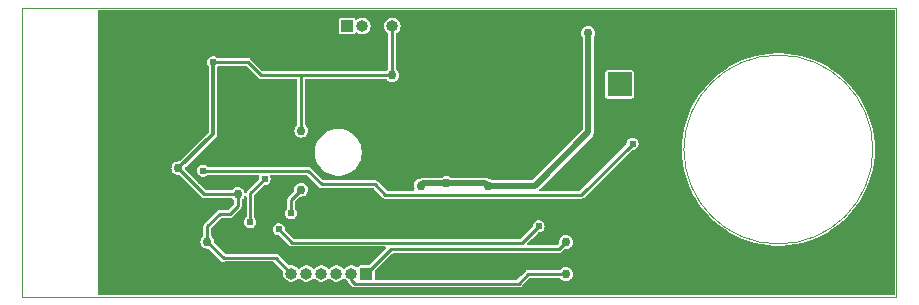
<source format=gbl>
G04 #@! TF.GenerationSoftware,KiCad,Pcbnew,8.0.4*
G04 #@! TF.CreationDate,2024-08-27T21:07:45-03:00*
G04 #@! TF.ProjectId,memo,6d656d6f-2e6b-4696-9361-645f70636258,rev?*
G04 #@! TF.SameCoordinates,Original*
G04 #@! TF.FileFunction,Copper,L4,Bot*
G04 #@! TF.FilePolarity,Positive*
%FSLAX46Y46*%
G04 Gerber Fmt 4.6, Leading zero omitted, Abs format (unit mm)*
G04 Created by KiCad (PCBNEW 8.0.4) date 2024-08-27 21:07:45*
%MOMM*%
%LPD*%
G01*
G04 APERTURE LIST*
G04 #@! TA.AperFunction,ComponentPad*
%ADD10R,1.000000X1.000000*%
G04 #@! TD*
G04 #@! TA.AperFunction,ComponentPad*
%ADD11O,1.000000X1.000000*%
G04 #@! TD*
G04 #@! TA.AperFunction,ComponentPad*
%ADD12O,1.000000X2.100000*%
G04 #@! TD*
G04 #@! TA.AperFunction,ComponentPad*
%ADD13O,1.000000X1.600000*%
G04 #@! TD*
G04 #@! TA.AperFunction,ComponentPad*
%ADD14R,2.000000X2.000000*%
G04 #@! TD*
G04 #@! TA.AperFunction,ComponentPad*
%ADD15C,2.000000*%
G04 #@! TD*
G04 #@! TA.AperFunction,ViaPad*
%ADD16C,0.609600*%
G04 #@! TD*
G04 #@! TA.AperFunction,ViaPad*
%ADD17C,0.762000*%
G04 #@! TD*
G04 #@! TA.AperFunction,Conductor*
%ADD18C,0.254000*%
G04 #@! TD*
G04 #@! TA.AperFunction,Conductor*
%ADD19C,0.304800*%
G04 #@! TD*
G04 #@! TA.AperFunction,Conductor*
%ADD20C,0.203200*%
G04 #@! TD*
G04 #@! TA.AperFunction,Conductor*
%ADD21C,0.508000*%
G04 #@! TD*
G04 #@! TA.AperFunction,Profile*
%ADD22C,0.100000*%
G04 #@! TD*
G04 APERTURE END LIST*
D10*
X128625000Y-94000000D03*
D11*
X127355000Y-94000000D03*
X126085000Y-94000000D03*
X124815000Y-94000000D03*
X123545000Y-94000000D03*
X122275000Y-94000000D03*
D10*
X127000000Y-73050000D03*
D11*
X128270000Y-73050000D03*
X129540000Y-73050000D03*
X130810000Y-73050000D03*
D12*
X131760000Y-89120000D03*
D13*
X131760000Y-93300000D03*
D12*
X140400000Y-89120000D03*
D13*
X140400000Y-93300000D03*
D14*
X150050000Y-77985000D03*
D15*
X150050000Y-89485000D03*
D16*
X134800000Y-73300000D03*
X121400000Y-91500000D03*
X142700000Y-84800000D03*
X140300000Y-85000000D03*
X151100000Y-80500000D03*
X111300000Y-86200000D03*
X109000000Y-84500000D03*
X107800000Y-92900000D03*
X109000000Y-86900000D03*
X107800000Y-83300000D03*
X107800000Y-84500000D03*
X110200000Y-78400000D03*
X106600000Y-83300000D03*
X123900000Y-84350000D03*
X121850000Y-75850000D03*
X145650000Y-79550000D03*
X109000000Y-79900000D03*
X120650000Y-73150000D03*
D17*
X118850000Y-83350000D03*
D16*
X107800000Y-82100000D03*
X106700000Y-77900000D03*
X109000000Y-91700000D03*
X109000000Y-83300000D03*
X106600000Y-75600000D03*
X110200000Y-80200000D03*
X106600000Y-91700000D03*
X106600000Y-89300000D03*
X117600000Y-77400000D03*
X144850000Y-86300000D03*
X117000000Y-77400000D03*
X138550000Y-78050000D03*
X137950000Y-73250000D03*
X107800000Y-79700000D03*
D17*
X116350000Y-83350000D03*
D16*
X109000000Y-75600000D03*
X106600000Y-84500000D03*
X107800000Y-88100000D03*
X137950000Y-75050000D03*
X109000000Y-74400000D03*
X118400000Y-72200000D03*
X115150000Y-74650000D03*
X123900000Y-83350000D03*
X144800000Y-73250000D03*
X116300000Y-73150000D03*
X106600000Y-92900000D03*
X143500000Y-83450000D03*
X106900000Y-76750000D03*
X142850000Y-80850000D03*
X106600000Y-72000000D03*
X121300000Y-82600000D03*
X109000000Y-90500000D03*
X129550000Y-76250000D03*
X144800000Y-83450000D03*
X123400000Y-89225000D03*
X107800000Y-91700000D03*
X107800000Y-80900000D03*
X107800000Y-86900000D03*
X106600000Y-86900000D03*
X116700000Y-88150000D03*
X106600000Y-73200000D03*
X107800000Y-72000000D03*
X112000000Y-76300000D03*
X119450000Y-73150000D03*
X145400000Y-75550000D03*
X106600000Y-74400000D03*
X106600000Y-90500000D03*
X129550000Y-84800000D03*
X107800000Y-95300000D03*
X107800000Y-77900000D03*
X109000000Y-82100000D03*
X109000000Y-89300000D03*
X112500000Y-80200000D03*
D17*
X135100000Y-80975000D03*
D16*
X109000000Y-76800000D03*
X114650000Y-86150000D03*
X143700000Y-88400000D03*
X114850000Y-79550000D03*
X121850000Y-74650000D03*
X106600000Y-82100000D03*
X113800000Y-77000000D03*
X107800000Y-85700000D03*
D17*
X117600000Y-82050000D03*
D16*
X128875000Y-88600000D03*
X142350000Y-78150000D03*
X115700000Y-87950000D03*
D17*
X116350000Y-80850000D03*
D16*
X150075000Y-92200000D03*
X107800000Y-89300000D03*
X114000000Y-82200000D03*
D17*
X118850000Y-80850000D03*
D16*
X109000000Y-72000000D03*
X110900000Y-77300000D03*
X121300000Y-80750000D03*
X139700000Y-82200000D03*
X120950000Y-85950000D03*
X106600000Y-95300000D03*
X107800000Y-94100000D03*
X109000000Y-80900000D03*
X113950000Y-78100000D03*
X120800000Y-89250000D03*
X109000000Y-77900000D03*
X120650000Y-74650000D03*
X107800000Y-74400000D03*
X109000000Y-88100000D03*
X109000000Y-73200000D03*
X107800000Y-90500000D03*
X140500000Y-78150000D03*
X106600000Y-85700000D03*
X111300000Y-88150000D03*
X106600000Y-79800000D03*
X107800000Y-76800000D03*
X114500000Y-78900000D03*
X106600000Y-88100000D03*
X113000000Y-76300000D03*
X110100000Y-84800000D03*
X107800000Y-73200000D03*
X106600000Y-80900000D03*
X129550000Y-82200000D03*
X107800000Y-75600000D03*
X106600000Y-94100000D03*
X109000000Y-85700000D03*
X114700000Y-76100000D03*
X128900000Y-92200000D03*
D17*
X130800000Y-77200000D03*
X123100000Y-86900000D03*
D16*
X115650000Y-76100000D03*
X122250000Y-88875000D03*
D17*
X112700000Y-85100000D03*
X117726527Y-87273473D03*
X115150000Y-91300000D03*
X123110000Y-81900000D03*
X135400000Y-86350000D03*
X138900000Y-86550000D03*
X147400000Y-73650000D03*
X133200000Y-86550000D03*
D16*
X121200000Y-90250000D03*
X143200000Y-90000000D03*
X120000000Y-86000000D03*
X118775000Y-89650000D03*
X151150000Y-83000000D03*
X114800000Y-85300000D03*
D17*
X145500000Y-94050000D03*
X145500000Y-91350000D03*
D18*
X123050000Y-91375000D02*
X122325000Y-91375000D01*
X116550000Y-92650000D02*
X116525000Y-92675000D01*
X130810000Y-77190000D02*
X130810000Y-73050000D01*
X123110000Y-81900000D02*
X123110000Y-77240000D01*
X123100000Y-86900000D02*
X123100000Y-87050000D01*
X126500000Y-77200000D02*
X119700000Y-77200000D01*
X130800000Y-77200000D02*
X130810000Y-77190000D01*
X117050000Y-88950000D02*
X116200000Y-88950000D01*
X118600000Y-76100000D02*
X119700000Y-77200000D01*
X117726527Y-88273473D02*
X117050000Y-88950000D01*
X118600000Y-76100000D02*
X115650000Y-76100000D01*
X130800000Y-77200000D02*
X126500000Y-77200000D01*
D19*
X115650000Y-82150000D02*
X112700000Y-85100000D01*
D20*
X119950000Y-77200000D02*
X119850000Y-77200000D01*
D18*
X123100000Y-86900000D02*
X122250000Y-87750000D01*
X116200000Y-88950000D02*
X115150000Y-90000000D01*
X117726527Y-87273473D02*
X117726527Y-87169131D01*
X122250000Y-87750000D02*
X122250000Y-88875000D01*
X122275000Y-94000000D02*
X120925000Y-92650000D01*
X120925000Y-92650000D02*
X116550000Y-92650000D01*
X117726527Y-87273473D02*
X117726527Y-88273473D01*
X116525000Y-92675000D02*
X115150000Y-91300000D01*
D19*
X115650000Y-76100000D02*
X115650000Y-82150000D01*
D18*
X117726527Y-87273473D02*
X114873473Y-87273473D01*
X123100000Y-87050000D02*
X123110000Y-87060000D01*
X119700000Y-77200000D02*
X119950000Y-77200000D01*
X114873473Y-87273473D02*
X112700000Y-85100000D01*
X115150000Y-90000000D02*
X115150000Y-91300000D01*
X123110000Y-77240000D02*
X123150000Y-77200000D01*
D21*
X135400000Y-86350000D02*
X133400000Y-86350000D01*
X147400000Y-73650000D02*
X147400000Y-82050000D01*
X142900000Y-86550000D02*
X138900000Y-86550000D01*
X138700000Y-86350000D02*
X138900000Y-86550000D01*
X135400000Y-86350000D02*
X138700000Y-86350000D01*
X147400000Y-82050000D02*
X142900000Y-86550000D01*
X133400000Y-86350000D02*
X133200000Y-86550000D01*
D18*
X123050000Y-91375000D02*
X141825000Y-91375000D01*
X123050000Y-91375000D02*
X123325000Y-91375000D01*
X141825000Y-91375000D02*
X143200000Y-90000000D01*
X121200000Y-90250000D02*
X122325000Y-91375000D01*
X118800000Y-87200000D02*
X120000000Y-86000000D01*
X118800000Y-89625000D02*
X118800000Y-87200000D01*
X118775000Y-89650000D02*
X118800000Y-89625000D01*
X151150000Y-83000000D02*
X146825000Y-87325000D01*
X146825000Y-87325000D02*
X130225000Y-87325000D01*
X129350000Y-86450000D02*
X124850000Y-86450000D01*
X123700000Y-85300000D02*
X114800000Y-85300000D01*
X130225000Y-87325000D02*
X129350000Y-86450000D01*
X124850000Y-86450000D02*
X123700000Y-85300000D01*
X127355000Y-94555000D02*
X127650000Y-94850000D01*
X127355000Y-94000000D02*
X127355000Y-94555000D01*
X145500000Y-94050000D02*
X142300000Y-94050000D01*
X127650000Y-94850000D02*
X141500000Y-94850000D01*
X142300000Y-94050000D02*
X141500000Y-94850000D01*
X128625000Y-94000000D02*
X130675000Y-91950000D01*
X130675000Y-91950000D02*
X144900000Y-91950000D01*
X144900000Y-91950000D02*
X145500000Y-91350000D01*
G04 #@! TA.AperFunction,Conductor*
G36*
X173305631Y-71672113D02*
G01*
X173342176Y-71722413D01*
X173347100Y-71753500D01*
X173347100Y-95746500D01*
X173327887Y-95805631D01*
X173277587Y-95842176D01*
X173246500Y-95847100D01*
X106000600Y-95847100D01*
X105941469Y-95827887D01*
X105904924Y-95777587D01*
X105900000Y-95746500D01*
X105900000Y-85099996D01*
X112110255Y-85099996D01*
X112110255Y-85100003D01*
X112130349Y-85252637D01*
X112189263Y-85394868D01*
X112189267Y-85394875D01*
X112272230Y-85502995D01*
X112282987Y-85517013D01*
X112282990Y-85517015D01*
X112405124Y-85610732D01*
X112405131Y-85610736D01*
X112547362Y-85669650D01*
X112699997Y-85689745D01*
X112700000Y-85689745D01*
X112758678Y-85682019D01*
X112819808Y-85693348D01*
X112842943Y-85710623D01*
X114605329Y-87473009D01*
X114605334Y-87473015D01*
X114608847Y-87476528D01*
X114670418Y-87538099D01*
X114745827Y-87581637D01*
X114745829Y-87581638D01*
X114745831Y-87581639D01*
X114819988Y-87601507D01*
X114829935Y-87604173D01*
X114829936Y-87604173D01*
X114917010Y-87604173D01*
X117193674Y-87604173D01*
X117252805Y-87623386D01*
X117273485Y-87643532D01*
X117309514Y-87690486D01*
X117356468Y-87726515D01*
X117391684Y-87777752D01*
X117395827Y-87806325D01*
X117395827Y-88094823D01*
X117376614Y-88153954D01*
X117366362Y-88165958D01*
X116942485Y-88589835D01*
X116887087Y-88618061D01*
X116871350Y-88619300D01*
X116156462Y-88619300D01*
X116156461Y-88619300D01*
X116156455Y-88619301D01*
X116072358Y-88641833D01*
X116072356Y-88641834D01*
X115996944Y-88685374D01*
X114885374Y-89796944D01*
X114841834Y-89872356D01*
X114841833Y-89872358D01*
X114819301Y-89956455D01*
X114819300Y-89956463D01*
X114819300Y-90767146D01*
X114800087Y-90826277D01*
X114779942Y-90846957D01*
X114732987Y-90882986D01*
X114639265Y-91005128D01*
X114580349Y-91147363D01*
X114560255Y-91299996D01*
X114560255Y-91300003D01*
X114580349Y-91452637D01*
X114639263Y-91594868D01*
X114639267Y-91594875D01*
X114707014Y-91683164D01*
X114732987Y-91717013D01*
X114732990Y-91717015D01*
X114855124Y-91810732D01*
X114855131Y-91810736D01*
X114997362Y-91869650D01*
X115149997Y-91889745D01*
X115150000Y-91889745D01*
X115208678Y-91882019D01*
X115269808Y-91893348D01*
X115292943Y-91910623D01*
X116260374Y-92878054D01*
X116321946Y-92939626D01*
X116397354Y-92983164D01*
X116415123Y-92987924D01*
X116415127Y-92987927D01*
X116415128Y-92987926D01*
X116481463Y-93005701D01*
X116568536Y-93005701D01*
X116568538Y-93005701D01*
X116634874Y-92987926D01*
X116649049Y-92984128D01*
X116675087Y-92980700D01*
X120746350Y-92980700D01*
X120805481Y-92999913D01*
X120817485Y-93010165D01*
X121557610Y-93750290D01*
X121585836Y-93805688D01*
X121586342Y-93833550D01*
X121578594Y-93897363D01*
X121566132Y-94000000D01*
X121572203Y-94049996D01*
X121586730Y-94169642D01*
X121647329Y-94329427D01*
X121647329Y-94329428D01*
X121744404Y-94470065D01*
X121744408Y-94470069D01*
X121872314Y-94583385D01*
X121872315Y-94583386D01*
X121872317Y-94583387D01*
X122023628Y-94662801D01*
X122023629Y-94662801D01*
X122023632Y-94662803D01*
X122189555Y-94703700D01*
X122189559Y-94703700D01*
X122360441Y-94703700D01*
X122360445Y-94703700D01*
X122526368Y-94662803D01*
X122677683Y-94583387D01*
X122805595Y-94470066D01*
X122827209Y-94438752D01*
X122876609Y-94401003D01*
X122938765Y-94399500D01*
X122989934Y-94434819D01*
X122992771Y-94438723D01*
X123014405Y-94470066D01*
X123014406Y-94470067D01*
X123014408Y-94470069D01*
X123142314Y-94583385D01*
X123142315Y-94583386D01*
X123142317Y-94583387D01*
X123293628Y-94662801D01*
X123293629Y-94662801D01*
X123293632Y-94662803D01*
X123459555Y-94703700D01*
X123459559Y-94703700D01*
X123630441Y-94703700D01*
X123630445Y-94703700D01*
X123796368Y-94662803D01*
X123947683Y-94583387D01*
X124075595Y-94470066D01*
X124097209Y-94438752D01*
X124146609Y-94401003D01*
X124208765Y-94399500D01*
X124259934Y-94434819D01*
X124262771Y-94438723D01*
X124284405Y-94470066D01*
X124284406Y-94470067D01*
X124284408Y-94470069D01*
X124412314Y-94583385D01*
X124412315Y-94583386D01*
X124412317Y-94583387D01*
X124563628Y-94662801D01*
X124563629Y-94662801D01*
X124563632Y-94662803D01*
X124729555Y-94703700D01*
X124729559Y-94703700D01*
X124900441Y-94703700D01*
X124900445Y-94703700D01*
X125066368Y-94662803D01*
X125217683Y-94583387D01*
X125345595Y-94470066D01*
X125367209Y-94438752D01*
X125416609Y-94401003D01*
X125478765Y-94399500D01*
X125529934Y-94434819D01*
X125532771Y-94438723D01*
X125554405Y-94470066D01*
X125554406Y-94470067D01*
X125554408Y-94470069D01*
X125682314Y-94583385D01*
X125682315Y-94583386D01*
X125682317Y-94583387D01*
X125833628Y-94662801D01*
X125833629Y-94662801D01*
X125833632Y-94662803D01*
X125999555Y-94703700D01*
X125999559Y-94703700D01*
X126170441Y-94703700D01*
X126170445Y-94703700D01*
X126336368Y-94662803D01*
X126487683Y-94583387D01*
X126615595Y-94470066D01*
X126637209Y-94438752D01*
X126686609Y-94401003D01*
X126748765Y-94399500D01*
X126799934Y-94434819D01*
X126802771Y-94438723D01*
X126824405Y-94470066D01*
X126824406Y-94470067D01*
X126824408Y-94470069D01*
X126952317Y-94583387D01*
X126992337Y-94604391D01*
X127035767Y-94648883D01*
X127042757Y-94667428D01*
X127046833Y-94682640D01*
X127046834Y-94682643D01*
X127090374Y-94758055D01*
X127157676Y-94825357D01*
X127157682Y-94825362D01*
X127381856Y-95049536D01*
X127381861Y-95049542D01*
X127385374Y-95053055D01*
X127446945Y-95114626D01*
X127522354Y-95158164D01*
X127522356Y-95158165D01*
X127522358Y-95158166D01*
X127596515Y-95178034D01*
X127606462Y-95180700D01*
X127606463Y-95180700D01*
X141543537Y-95180700D01*
X141543538Y-95180700D01*
X141574889Y-95172299D01*
X141627641Y-95158166D01*
X141627643Y-95158165D01*
X141627643Y-95158164D01*
X141627646Y-95158164D01*
X141703055Y-95114626D01*
X141764626Y-95053055D01*
X141764626Y-95053053D01*
X141772904Y-95044776D01*
X141772906Y-95044772D01*
X142407515Y-94410165D01*
X142462913Y-94381939D01*
X142478650Y-94380700D01*
X144967147Y-94380700D01*
X145026278Y-94399913D01*
X145046958Y-94420059D01*
X145082987Y-94467013D01*
X145126090Y-94500087D01*
X145205124Y-94560732D01*
X145205131Y-94560736D01*
X145347362Y-94619650D01*
X145499997Y-94639745D01*
X145500000Y-94639745D01*
X145500003Y-94639745D01*
X145652637Y-94619650D01*
X145794873Y-94560734D01*
X145917013Y-94467013D01*
X146010734Y-94344873D01*
X146069650Y-94202637D01*
X146089745Y-94050000D01*
X146089745Y-94049996D01*
X146069650Y-93897363D01*
X146010734Y-93755128D01*
X145917013Y-93632987D01*
X145794870Y-93539264D01*
X145794868Y-93539263D01*
X145652637Y-93480349D01*
X145500003Y-93460255D01*
X145499997Y-93460255D01*
X145347363Y-93480349D01*
X145205128Y-93539265D01*
X145082987Y-93632986D01*
X145066517Y-93654449D01*
X145046957Y-93679942D01*
X144995720Y-93715157D01*
X144967147Y-93719300D01*
X142349714Y-93719300D01*
X142349698Y-93719299D01*
X142343537Y-93719299D01*
X142256463Y-93719299D01*
X142256460Y-93719299D01*
X142211469Y-93731355D01*
X142196471Y-93735374D01*
X142188824Y-93737422D01*
X142172354Y-93741835D01*
X142096944Y-93785374D01*
X142051962Y-93830357D01*
X142035374Y-93846945D01*
X142035372Y-93846947D01*
X141712677Y-94169643D01*
X141392485Y-94489835D01*
X141337087Y-94518061D01*
X141321350Y-94519300D01*
X129429300Y-94519300D01*
X129370169Y-94500087D01*
X129333624Y-94449787D01*
X129328700Y-94418700D01*
X129328700Y-93805650D01*
X129347913Y-93746519D01*
X129358165Y-93734515D01*
X130782515Y-92310165D01*
X130837913Y-92281939D01*
X130853650Y-92280700D01*
X144943537Y-92280700D01*
X144943538Y-92280700D01*
X144974889Y-92272299D01*
X145027641Y-92258166D01*
X145027643Y-92258165D01*
X145027643Y-92258164D01*
X145027646Y-92258164D01*
X145103055Y-92214626D01*
X145164626Y-92153055D01*
X145164626Y-92153053D01*
X145172904Y-92144776D01*
X145172906Y-92144772D01*
X145357057Y-91960621D01*
X145412453Y-91932397D01*
X145441317Y-91932019D01*
X145500000Y-91939745D01*
X145500003Y-91939745D01*
X145652637Y-91919650D01*
X145794868Y-91860736D01*
X145794867Y-91860736D01*
X145794873Y-91860734D01*
X145917013Y-91767013D01*
X146010734Y-91644873D01*
X146069650Y-91502637D01*
X146073972Y-91469811D01*
X146089745Y-91350003D01*
X146089745Y-91349996D01*
X146069650Y-91197363D01*
X146010734Y-91055128D01*
X145917013Y-90932987D01*
X145794873Y-90839266D01*
X145794872Y-90839265D01*
X145794870Y-90839264D01*
X145794868Y-90839263D01*
X145652637Y-90780349D01*
X145500003Y-90760255D01*
X145499997Y-90760255D01*
X145347363Y-90780349D01*
X145205128Y-90839265D01*
X145082987Y-90932987D01*
X144989265Y-91055128D01*
X144930349Y-91197363D01*
X144910255Y-91349996D01*
X144910255Y-91350003D01*
X144917979Y-91408678D01*
X144906648Y-91469811D01*
X144889376Y-91492942D01*
X144792486Y-91589834D01*
X144737088Y-91618061D01*
X144721350Y-91619300D01*
X142291249Y-91619300D01*
X142232118Y-91600087D01*
X142195573Y-91549787D01*
X142195573Y-91487613D01*
X142220114Y-91447565D01*
X142624619Y-91043061D01*
X143129715Y-90537965D01*
X143185113Y-90509739D01*
X143200850Y-90508500D01*
X143273111Y-90508500D01*
X143413411Y-90467304D01*
X143536421Y-90388250D01*
X143632176Y-90277743D01*
X143692919Y-90144734D01*
X143713729Y-90000000D01*
X143692919Y-89855266D01*
X143665275Y-89794733D01*
X143632177Y-89722259D01*
X143632176Y-89722258D01*
X143632176Y-89722257D01*
X143536421Y-89611750D01*
X143459767Y-89562487D01*
X143413410Y-89532695D01*
X143273111Y-89491500D01*
X143126889Y-89491500D01*
X142986590Y-89532695D01*
X142986589Y-89532695D01*
X142863577Y-89611751D01*
X142767822Y-89722259D01*
X142707080Y-89855266D01*
X142686271Y-89999999D01*
X142686271Y-90004378D01*
X142667058Y-90063509D01*
X142656806Y-90075513D01*
X141717485Y-91014835D01*
X141662087Y-91043061D01*
X141646350Y-91044300D01*
X122503650Y-91044300D01*
X122444519Y-91025087D01*
X122432515Y-91014835D01*
X121743194Y-90325514D01*
X121714968Y-90270116D01*
X121713729Y-90254379D01*
X121713729Y-90250000D01*
X121692919Y-90105266D01*
X121632177Y-89972259D01*
X121632176Y-89972258D01*
X121632176Y-89972257D01*
X121536421Y-89861750D01*
X121435583Y-89796945D01*
X121413410Y-89782695D01*
X121273111Y-89741500D01*
X121126889Y-89741500D01*
X120986590Y-89782695D01*
X120986589Y-89782695D01*
X120863577Y-89861751D01*
X120767822Y-89972259D01*
X120707080Y-90105266D01*
X120686271Y-90250000D01*
X120707080Y-90394733D01*
X120767822Y-90527740D01*
X120767823Y-90527741D01*
X120767824Y-90527743D01*
X120863579Y-90638250D01*
X120986589Y-90717304D01*
X121126889Y-90758500D01*
X121199150Y-90758500D01*
X121258281Y-90777713D01*
X121270285Y-90787965D01*
X122056856Y-91574536D01*
X122056861Y-91574542D01*
X122060374Y-91578055D01*
X122121945Y-91639626D01*
X122197354Y-91683164D01*
X122197356Y-91683165D01*
X122197358Y-91683166D01*
X122271515Y-91703034D01*
X122281462Y-91705700D01*
X122281463Y-91705700D01*
X122368537Y-91705700D01*
X123006462Y-91705700D01*
X123368538Y-91705700D01*
X130208749Y-91705700D01*
X130267880Y-91724913D01*
X130304425Y-91775213D01*
X130304425Y-91837387D01*
X130279884Y-91877435D01*
X128890485Y-93266835D01*
X128835087Y-93295061D01*
X128819350Y-93296300D01*
X128104936Y-93296300D01*
X128095078Y-93298260D01*
X128045520Y-93308118D01*
X127978139Y-93353141D01*
X127978138Y-93353142D01*
X127933578Y-93419830D01*
X127884751Y-93458321D01*
X127822625Y-93460762D01*
X127783223Y-93439239D01*
X127757685Y-93416614D01*
X127757684Y-93416613D01*
X127606370Y-93337198D01*
X127606372Y-93337198D01*
X127440445Y-93296300D01*
X127269555Y-93296300D01*
X127269554Y-93296300D01*
X127103628Y-93337198D01*
X126952315Y-93416613D01*
X126952314Y-93416614D01*
X126824408Y-93529930D01*
X126824406Y-93529933D01*
X126802791Y-93561247D01*
X126753389Y-93598996D01*
X126691232Y-93600497D01*
X126640065Y-93565177D01*
X126637209Y-93561247D01*
X126622036Y-93539266D01*
X126615595Y-93529934D01*
X126615591Y-93529931D01*
X126615591Y-93529930D01*
X126487685Y-93416614D01*
X126487684Y-93416613D01*
X126336370Y-93337198D01*
X126336372Y-93337198D01*
X126170445Y-93296300D01*
X125999555Y-93296300D01*
X125999554Y-93296300D01*
X125833628Y-93337198D01*
X125682315Y-93416613D01*
X125682314Y-93416614D01*
X125554408Y-93529930D01*
X125554406Y-93529933D01*
X125532791Y-93561247D01*
X125483389Y-93598996D01*
X125421232Y-93600497D01*
X125370065Y-93565177D01*
X125367209Y-93561247D01*
X125352036Y-93539266D01*
X125345595Y-93529934D01*
X125345591Y-93529931D01*
X125345591Y-93529930D01*
X125217685Y-93416614D01*
X125217684Y-93416613D01*
X125066370Y-93337198D01*
X125066372Y-93337198D01*
X124900445Y-93296300D01*
X124729555Y-93296300D01*
X124729554Y-93296300D01*
X124563628Y-93337198D01*
X124412315Y-93416613D01*
X124412314Y-93416614D01*
X124284408Y-93529930D01*
X124284406Y-93529933D01*
X124262791Y-93561247D01*
X124213389Y-93598996D01*
X124151232Y-93600497D01*
X124100065Y-93565177D01*
X124097209Y-93561247D01*
X124082036Y-93539266D01*
X124075595Y-93529934D01*
X124075591Y-93529931D01*
X124075591Y-93529930D01*
X123947685Y-93416614D01*
X123947684Y-93416613D01*
X123796370Y-93337198D01*
X123796372Y-93337198D01*
X123630445Y-93296300D01*
X123459555Y-93296300D01*
X123459554Y-93296300D01*
X123293628Y-93337198D01*
X123142315Y-93416613D01*
X123142314Y-93416614D01*
X123014408Y-93529930D01*
X123014406Y-93529933D01*
X122992791Y-93561247D01*
X122943389Y-93598996D01*
X122881232Y-93600497D01*
X122830065Y-93565177D01*
X122827209Y-93561247D01*
X122812036Y-93539266D01*
X122805595Y-93529934D01*
X122805591Y-93529931D01*
X122805591Y-93529930D01*
X122677685Y-93416614D01*
X122677684Y-93416613D01*
X122526370Y-93337198D01*
X122526372Y-93337198D01*
X122360445Y-93296300D01*
X122189555Y-93296300D01*
X122189552Y-93296300D01*
X122123844Y-93312496D01*
X122061833Y-93307992D01*
X122028634Y-93285954D01*
X121195362Y-92452682D01*
X121195360Y-92452679D01*
X121128055Y-92385374D01*
X121052643Y-92341834D01*
X121052641Y-92341833D01*
X120968544Y-92319301D01*
X120968539Y-92319300D01*
X120968538Y-92319300D01*
X120968537Y-92319300D01*
X116678650Y-92319300D01*
X116619519Y-92300087D01*
X116607515Y-92289835D01*
X115760623Y-91442943D01*
X115732397Y-91387545D01*
X115732019Y-91358682D01*
X115739745Y-91300000D01*
X115739745Y-91299999D01*
X115739745Y-91299996D01*
X115719650Y-91147363D01*
X115660734Y-91005128D01*
X115567012Y-90882986D01*
X115567011Y-90882985D01*
X115520057Y-90846955D01*
X115484842Y-90795715D01*
X115480700Y-90767145D01*
X115480700Y-90178650D01*
X115499913Y-90119519D01*
X115510165Y-90107515D01*
X116307515Y-89310165D01*
X116362913Y-89281939D01*
X116378650Y-89280700D01*
X117093537Y-89280700D01*
X117093538Y-89280700D01*
X117124889Y-89272299D01*
X117177641Y-89258166D01*
X117177643Y-89258165D01*
X117177643Y-89258164D01*
X117177646Y-89258164D01*
X117253055Y-89214626D01*
X117314626Y-89153055D01*
X117314626Y-89153053D01*
X117322904Y-89144776D01*
X117322906Y-89144772D01*
X117921299Y-88546379D01*
X117921303Y-88546377D01*
X117929580Y-88538099D01*
X117929582Y-88538099D01*
X117991153Y-88476528D01*
X118034691Y-88401119D01*
X118034692Y-88401116D01*
X118034693Y-88401114D01*
X118043967Y-88366502D01*
X118043967Y-88366500D01*
X118057227Y-88317012D01*
X118057228Y-88317010D01*
X118057228Y-88229935D01*
X118057228Y-88223775D01*
X118057227Y-88223757D01*
X118057227Y-87806325D01*
X118076440Y-87747194D01*
X118096582Y-87726517D01*
X118143540Y-87690486D01*
X118237261Y-87568346D01*
X118255408Y-87524536D01*
X118275758Y-87475407D01*
X118316137Y-87428129D01*
X118376593Y-87413615D01*
X118434034Y-87437408D01*
X118466520Y-87490420D01*
X118469300Y-87513905D01*
X118469300Y-89189187D01*
X118450087Y-89248318D01*
X118442990Y-89256053D01*
X118443290Y-89256313D01*
X118342823Y-89372257D01*
X118282080Y-89505266D01*
X118261271Y-89650000D01*
X118282080Y-89794733D01*
X118342822Y-89927740D01*
X118342823Y-89927741D01*
X118342824Y-89927743D01*
X118438579Y-90038250D01*
X118561589Y-90117304D01*
X118701889Y-90158500D01*
X118848111Y-90158500D01*
X118988411Y-90117304D01*
X119111421Y-90038250D01*
X119207176Y-89927743D01*
X119267919Y-89794734D01*
X119288729Y-89650000D01*
X119267919Y-89505266D01*
X119233748Y-89430442D01*
X119207177Y-89372259D01*
X119207176Y-89372258D01*
X119207176Y-89372257D01*
X119155270Y-89312354D01*
X119131069Y-89255085D01*
X119130700Y-89246477D01*
X119130700Y-88875000D01*
X121736271Y-88875000D01*
X121757080Y-89019733D01*
X121817822Y-89152740D01*
X121817823Y-89152741D01*
X121817824Y-89152743D01*
X121849403Y-89189187D01*
X121909173Y-89258166D01*
X121913579Y-89263250D01*
X122036589Y-89342304D01*
X122176889Y-89383500D01*
X122323111Y-89383500D01*
X122463411Y-89342304D01*
X122586421Y-89263250D01*
X122682176Y-89152743D01*
X122742919Y-89019734D01*
X122763729Y-88875000D01*
X122742919Y-88730266D01*
X122682176Y-88597257D01*
X122675745Y-88589835D01*
X122605272Y-88508505D01*
X122581069Y-88451235D01*
X122580700Y-88442626D01*
X122580700Y-87928650D01*
X122599913Y-87869519D01*
X122610165Y-87857515D01*
X122777198Y-87690482D01*
X122957058Y-87510621D01*
X123012454Y-87482397D01*
X123041317Y-87482019D01*
X123100000Y-87489745D01*
X123100003Y-87489745D01*
X123252637Y-87469650D01*
X123357752Y-87426110D01*
X123394873Y-87410734D01*
X123517013Y-87317013D01*
X123610734Y-87194873D01*
X123669650Y-87052637D01*
X123677493Y-86993061D01*
X123689745Y-86900003D01*
X123689745Y-86899996D01*
X123669650Y-86747363D01*
X123610734Y-86605128D01*
X123517013Y-86482987D01*
X123394870Y-86389264D01*
X123394868Y-86389263D01*
X123252637Y-86330349D01*
X123100003Y-86310255D01*
X123099997Y-86310255D01*
X122947363Y-86330349D01*
X122805128Y-86389265D01*
X122682987Y-86482987D01*
X122589265Y-86605128D01*
X122530349Y-86747363D01*
X122510255Y-86899996D01*
X122510255Y-86900003D01*
X122517979Y-86958677D01*
X122506649Y-87019810D01*
X122489375Y-87042942D01*
X122046947Y-87485372D01*
X121985374Y-87546944D01*
X121941834Y-87622356D01*
X121941833Y-87622358D01*
X121919301Y-87706455D01*
X121919300Y-87706463D01*
X121919300Y-88442626D01*
X121900087Y-88501757D01*
X121894728Y-88508505D01*
X121817823Y-88597257D01*
X121757080Y-88730266D01*
X121736271Y-88875000D01*
X119130700Y-88875000D01*
X119130700Y-87378650D01*
X119149913Y-87319519D01*
X119160165Y-87307515D01*
X119929715Y-86537965D01*
X119985113Y-86509739D01*
X120000850Y-86508500D01*
X120073111Y-86508500D01*
X120213411Y-86467304D01*
X120336421Y-86388250D01*
X120432176Y-86277743D01*
X120492919Y-86144734D01*
X120513729Y-86000000D01*
X120492919Y-85855266D01*
X120455390Y-85773090D01*
X120448304Y-85711322D01*
X120478877Y-85657184D01*
X120535433Y-85631356D01*
X120546900Y-85630700D01*
X123521350Y-85630700D01*
X123580481Y-85649913D01*
X123592484Y-85660164D01*
X124646946Y-86714627D01*
X124678817Y-86733027D01*
X124722354Y-86758164D01*
X124739424Y-86762737D01*
X124739428Y-86762740D01*
X124739429Y-86762739D01*
X124806463Y-86780701D01*
X124899699Y-86780701D01*
X124899715Y-86780700D01*
X129171350Y-86780700D01*
X129230481Y-86799913D01*
X129242485Y-86810165D01*
X129956856Y-87524536D01*
X129956861Y-87524542D01*
X130021946Y-87589627D01*
X130068095Y-87616271D01*
X130097354Y-87633164D01*
X130119885Y-87639200D01*
X130119891Y-87639204D01*
X130119891Y-87639202D01*
X130181463Y-87655701D01*
X130274698Y-87655701D01*
X130274714Y-87655700D01*
X146868537Y-87655700D01*
X146868538Y-87655700D01*
X146899889Y-87647299D01*
X146952641Y-87633166D01*
X146952643Y-87633165D01*
X146952643Y-87633164D01*
X146952646Y-87633164D01*
X147028055Y-87589626D01*
X147089626Y-87528055D01*
X147089626Y-87528053D01*
X147097904Y-87519776D01*
X147097906Y-87519772D01*
X151079715Y-83537965D01*
X151135113Y-83509739D01*
X151150850Y-83508500D01*
X151223111Y-83508500D01*
X151252059Y-83500000D01*
X155342130Y-83500000D01*
X155362002Y-84069064D01*
X155419567Y-84616759D01*
X155421523Y-84635364D01*
X155520400Y-85196124D01*
X155658153Y-85748620D01*
X155834106Y-86290146D01*
X155834109Y-86290156D01*
X156047410Y-86818095D01*
X156069123Y-86862613D01*
X156297028Y-87329888D01*
X156297034Y-87329900D01*
X156297037Y-87329904D01*
X156505220Y-87690486D01*
X156581734Y-87823012D01*
X156900145Y-88295076D01*
X157250709Y-88743778D01*
X157611769Y-89144776D01*
X157631729Y-89166944D01*
X157780040Y-89310165D01*
X158041320Y-89562479D01*
X158041326Y-89562484D01*
X158041327Y-89562485D01*
X158041329Y-89562487D01*
X158477511Y-89928487D01*
X158477516Y-89928491D01*
X158938168Y-90263175D01*
X158938173Y-90263178D01*
X158938177Y-90263181D01*
X159421065Y-90564923D01*
X159923825Y-90832245D01*
X160444008Y-91063845D01*
X160444014Y-91063847D01*
X160444016Y-91063848D01*
X160444027Y-91063852D01*
X160979074Y-91258593D01*
X160979076Y-91258593D01*
X160979080Y-91258595D01*
X161526433Y-91415546D01*
X162083401Y-91533934D01*
X162647270Y-91613180D01*
X163215294Y-91652900D01*
X163215300Y-91652900D01*
X163784700Y-91652900D01*
X163784706Y-91652900D01*
X164352730Y-91613180D01*
X164916599Y-91533934D01*
X165473567Y-91415546D01*
X166020920Y-91258595D01*
X166555992Y-91063845D01*
X167076175Y-90832245D01*
X167578935Y-90564923D01*
X168061823Y-90263181D01*
X168522486Y-89928489D01*
X168958680Y-89562479D01*
X169318893Y-89214626D01*
X169368270Y-89166944D01*
X169368272Y-89166941D01*
X169368281Y-89166933D01*
X169749291Y-88743778D01*
X170099855Y-88295076D01*
X170418266Y-87823012D01*
X170702972Y-87329888D01*
X170952585Y-86818105D01*
X171165890Y-86290156D01*
X171341848Y-85748614D01*
X171479601Y-85196117D01*
X171578478Y-84635356D01*
X171637998Y-84069064D01*
X171657870Y-83500000D01*
X171637998Y-82930936D01*
X171578478Y-82364644D01*
X171479601Y-81803883D01*
X171341848Y-81251386D01*
X171165890Y-80709844D01*
X170952585Y-80181895D01*
X170702972Y-79670112D01*
X170418266Y-79176988D01*
X170099855Y-78704924D01*
X169749291Y-78256222D01*
X169368281Y-77833067D01*
X169368279Y-77833065D01*
X169368270Y-77833055D01*
X169018072Y-77494875D01*
X168958680Y-77437521D01*
X168958672Y-77437514D01*
X168958670Y-77437512D01*
X168522488Y-77071512D01*
X168522483Y-77071508D01*
X168061831Y-76736824D01*
X167962602Y-76674819D01*
X167578935Y-76435077D01*
X167076175Y-76167755D01*
X166555992Y-75936155D01*
X166555991Y-75936154D01*
X166555983Y-75936151D01*
X166555972Y-75936147D01*
X166020925Y-75741406D01*
X165473564Y-75584453D01*
X164916591Y-75466064D01*
X164352731Y-75386820D01*
X164271583Y-75381145D01*
X163784706Y-75347100D01*
X163215294Y-75347100D01*
X162789276Y-75376890D01*
X162647268Y-75386820D01*
X162083408Y-75466064D01*
X161526435Y-75584453D01*
X160979074Y-75741406D01*
X160444027Y-75936147D01*
X160444016Y-75936151D01*
X160076005Y-76100000D01*
X159923825Y-76167755D01*
X159421065Y-76435077D01*
X159421061Y-76435079D01*
X159421060Y-76435080D01*
X158938168Y-76736824D01*
X158477516Y-77071508D01*
X158477511Y-77071512D01*
X158041329Y-77437512D01*
X158041327Y-77437514D01*
X157631729Y-77833055D01*
X157250712Y-78256218D01*
X156900143Y-78704926D01*
X156900141Y-78704929D01*
X156581738Y-79176982D01*
X156581727Y-79176999D01*
X156297037Y-79670095D01*
X156297022Y-79670124D01*
X156047410Y-80181904D01*
X155834109Y-80709843D01*
X155834106Y-80709853D01*
X155658153Y-81251379D01*
X155520400Y-81803875D01*
X155421523Y-82364635D01*
X155421522Y-82364643D01*
X155421522Y-82364644D01*
X155362002Y-82930936D01*
X155342130Y-83500000D01*
X151252059Y-83500000D01*
X151363411Y-83467304D01*
X151486421Y-83388250D01*
X151582176Y-83277743D01*
X151642919Y-83144734D01*
X151663729Y-83000000D01*
X151642919Y-82855266D01*
X151582176Y-82722257D01*
X151486421Y-82611750D01*
X151424916Y-82572223D01*
X151363410Y-82532695D01*
X151223111Y-82491500D01*
X151076889Y-82491500D01*
X150936590Y-82532695D01*
X150936589Y-82532695D01*
X150813577Y-82611751D01*
X150717822Y-82722259D01*
X150657080Y-82855266D01*
X150636271Y-82999999D01*
X150636271Y-83004378D01*
X150617058Y-83063509D01*
X150606806Y-83075513D01*
X146717485Y-86964835D01*
X146662087Y-86993061D01*
X146646350Y-86994300D01*
X143345855Y-86994300D01*
X143286724Y-86975087D01*
X143250179Y-86924787D01*
X143250179Y-86862613D01*
X143274718Y-86822567D01*
X147766251Y-82331035D01*
X147826508Y-82226666D01*
X147857700Y-82110258D01*
X147857700Y-81989743D01*
X147857700Y-76964936D01*
X148846300Y-76964936D01*
X148846300Y-79005063D01*
X148858118Y-79064479D01*
X148858119Y-79064480D01*
X148903140Y-79131860D01*
X148970520Y-79176881D01*
X149029936Y-79188700D01*
X149029937Y-79188700D01*
X151070063Y-79188700D01*
X151070064Y-79188700D01*
X151129480Y-79176881D01*
X151196860Y-79131860D01*
X151241881Y-79064480D01*
X151253700Y-79005064D01*
X151253700Y-76964936D01*
X151241881Y-76905520D01*
X151196860Y-76838140D01*
X151129480Y-76793119D01*
X151129479Y-76793118D01*
X151078540Y-76782986D01*
X151070064Y-76781300D01*
X149029936Y-76781300D01*
X149021485Y-76782981D01*
X148970520Y-76793118D01*
X148903140Y-76838140D01*
X148858118Y-76905520D01*
X148846300Y-76964936D01*
X147857700Y-76964936D01*
X147857700Y-74048137D01*
X147876913Y-73989006D01*
X147878488Y-73986896D01*
X147910734Y-73944873D01*
X147969650Y-73802637D01*
X147986737Y-73672850D01*
X147989745Y-73650003D01*
X147989745Y-73649996D01*
X147969650Y-73497363D01*
X147910734Y-73355128D01*
X147817013Y-73232987D01*
X147694870Y-73139264D01*
X147694868Y-73139263D01*
X147552637Y-73080349D01*
X147400003Y-73060255D01*
X147399997Y-73060255D01*
X147247363Y-73080349D01*
X147105128Y-73139265D01*
X146982987Y-73232987D01*
X146889265Y-73355128D01*
X146830349Y-73497363D01*
X146810255Y-73649996D01*
X146810255Y-73650003D01*
X146830349Y-73802637D01*
X146889263Y-73944868D01*
X146889264Y-73944870D01*
X146921512Y-73986896D01*
X146942266Y-74045504D01*
X146942300Y-74048137D01*
X146942300Y-81818744D01*
X146923087Y-81877875D01*
X146912835Y-81889879D01*
X142739879Y-86062835D01*
X142684481Y-86091061D01*
X142668744Y-86092300D01*
X139298137Y-86092300D01*
X139239006Y-86073087D01*
X139236919Y-86071529D01*
X139194873Y-86039266D01*
X139194872Y-86039265D01*
X139194870Y-86039264D01*
X139194868Y-86039263D01*
X139052638Y-85980350D01*
X139052634Y-85980349D01*
X138972096Y-85969745D01*
X138934930Y-85957129D01*
X138876668Y-85923493D01*
X138876661Y-85923490D01*
X138760261Y-85892300D01*
X138760258Y-85892300D01*
X138760257Y-85892300D01*
X135798137Y-85892300D01*
X135739006Y-85873087D01*
X135736919Y-85871529D01*
X135694873Y-85839266D01*
X135694872Y-85839265D01*
X135694870Y-85839264D01*
X135694868Y-85839263D01*
X135552637Y-85780349D01*
X135400003Y-85760255D01*
X135399997Y-85760255D01*
X135247363Y-85780349D01*
X135105126Y-85839266D01*
X135105125Y-85839266D01*
X135063104Y-85871511D01*
X135004496Y-85892266D01*
X135001863Y-85892300D01*
X133339739Y-85892300D01*
X133223339Y-85923490D01*
X133223334Y-85923492D01*
X133165068Y-85957130D01*
X133127903Y-85969745D01*
X133047365Y-85980348D01*
X132905128Y-86039265D01*
X132782987Y-86132987D01*
X132689265Y-86255128D01*
X132630349Y-86397363D01*
X132610255Y-86549996D01*
X132610255Y-86550003D01*
X132630349Y-86702637D01*
X132691789Y-86850965D01*
X132690166Y-86851637D01*
X132701341Y-86904220D01*
X132676051Y-86961018D01*
X132622205Y-86992103D01*
X132601293Y-86994300D01*
X130403650Y-86994300D01*
X130344519Y-86975087D01*
X130332515Y-86964835D01*
X129620362Y-86252682D01*
X129620360Y-86252679D01*
X129553055Y-86185374D01*
X129477643Y-86141834D01*
X129477641Y-86141833D01*
X129393544Y-86119301D01*
X129393539Y-86119300D01*
X129393538Y-86119300D01*
X129393537Y-86119300D01*
X125028651Y-86119300D01*
X124969520Y-86100087D01*
X124957516Y-86089835D01*
X123970362Y-85102682D01*
X123970360Y-85102679D01*
X123903055Y-85035374D01*
X123827643Y-84991834D01*
X123827641Y-84991833D01*
X123743544Y-84969301D01*
X123743539Y-84969300D01*
X123743538Y-84969300D01*
X123743537Y-84969300D01*
X115232231Y-84969300D01*
X115173100Y-84950087D01*
X115156203Y-84934580D01*
X115136421Y-84911750D01*
X115016808Y-84834879D01*
X115013410Y-84832695D01*
X114873111Y-84791500D01*
X114726889Y-84791500D01*
X114586590Y-84832695D01*
X114586589Y-84832695D01*
X114463577Y-84911751D01*
X114367822Y-85022259D01*
X114307080Y-85155266D01*
X114286271Y-85300000D01*
X114307080Y-85444733D01*
X114367822Y-85577740D01*
X114367823Y-85577741D01*
X114367824Y-85577743D01*
X114463579Y-85688250D01*
X114586589Y-85767304D01*
X114726889Y-85808500D01*
X114873111Y-85808500D01*
X115013411Y-85767304D01*
X115136421Y-85688250D01*
X115156203Y-85665419D01*
X115209446Y-85633314D01*
X115232231Y-85630700D01*
X119453100Y-85630700D01*
X119512231Y-85649913D01*
X119548776Y-85700213D01*
X119548776Y-85762387D01*
X119544609Y-85773091D01*
X119507080Y-85855266D01*
X119486271Y-85999999D01*
X119486271Y-86004378D01*
X119467058Y-86063509D01*
X119456806Y-86075513D01*
X118535374Y-86996944D01*
X118491835Y-87072356D01*
X118483797Y-87102354D01*
X118449934Y-87154497D01*
X118391889Y-87176778D01*
X118331834Y-87160686D01*
X118293683Y-87114814D01*
X118237261Y-86978601D01*
X118143540Y-86856460D01*
X118099367Y-86822565D01*
X118021400Y-86762739D01*
X118021399Y-86762738D01*
X118021397Y-86762737D01*
X118021395Y-86762736D01*
X117879164Y-86703822D01*
X117726530Y-86683728D01*
X117726524Y-86683728D01*
X117573890Y-86703822D01*
X117431655Y-86762738D01*
X117309514Y-86856459D01*
X117293044Y-86877922D01*
X117273484Y-86903415D01*
X117222247Y-86938630D01*
X117193674Y-86942773D01*
X115052123Y-86942773D01*
X114992992Y-86923560D01*
X114980988Y-86913308D01*
X113310623Y-85242943D01*
X113282397Y-85187545D01*
X113282019Y-85158682D01*
X113289745Y-85100000D01*
X113286198Y-85073063D01*
X113297526Y-85011934D01*
X113314799Y-84988802D01*
X114698085Y-83605517D01*
X124274500Y-83605517D01*
X124274500Y-83864482D01*
X124308299Y-84121223D01*
X124308300Y-84121230D01*
X124375324Y-84371366D01*
X124375325Y-84371368D01*
X124474425Y-84610615D01*
X124603903Y-84834879D01*
X124761552Y-85040332D01*
X124944667Y-85223447D01*
X125150120Y-85381096D01*
X125374384Y-85510574D01*
X125613631Y-85609674D01*
X125613633Y-85609675D01*
X125863769Y-85676699D01*
X125863776Y-85676700D01*
X126120518Y-85710500D01*
X126120519Y-85710500D01*
X126379482Y-85710500D01*
X126636223Y-85676700D01*
X126636230Y-85676699D01*
X126886366Y-85609675D01*
X126886368Y-85609674D01*
X126963456Y-85577743D01*
X127125616Y-85510574D01*
X127349884Y-85381093D01*
X127555333Y-85223447D01*
X127738447Y-85040333D01*
X127896093Y-84834884D01*
X128025574Y-84610616D01*
X128124675Y-84371366D01*
X128191699Y-84121230D01*
X128191700Y-84121223D01*
X128225500Y-83864482D01*
X128225500Y-83605517D01*
X128191700Y-83348776D01*
X128191699Y-83348769D01*
X128124675Y-83098633D01*
X128124674Y-83098631D01*
X128025574Y-82859384D01*
X127896096Y-82635120D01*
X127738447Y-82429667D01*
X127555332Y-82246552D01*
X127349879Y-82088903D01*
X127125615Y-81959425D01*
X126886368Y-81860325D01*
X126886366Y-81860324D01*
X126636230Y-81793300D01*
X126636223Y-81793299D01*
X126379482Y-81759500D01*
X126379481Y-81759500D01*
X126120519Y-81759500D01*
X126120518Y-81759500D01*
X125863776Y-81793299D01*
X125863769Y-81793300D01*
X125613633Y-81860324D01*
X125613631Y-81860325D01*
X125374384Y-81959425D01*
X125150120Y-82088903D01*
X124944667Y-82246552D01*
X124761552Y-82429667D01*
X124603903Y-82635120D01*
X124474425Y-82859384D01*
X124375325Y-83098631D01*
X124375324Y-83098633D01*
X124308300Y-83348769D01*
X124308299Y-83348776D01*
X124274500Y-83605517D01*
X114698085Y-83605517D01*
X115934951Y-82368651D01*
X115981833Y-82287450D01*
X115981833Y-82287447D01*
X115981835Y-82287445D01*
X116006098Y-82196887D01*
X116006100Y-82196879D01*
X116006100Y-76531300D01*
X116025313Y-76472169D01*
X116075613Y-76435624D01*
X116106700Y-76430700D01*
X118421350Y-76430700D01*
X118480481Y-76449913D01*
X118492485Y-76460165D01*
X119431856Y-77399536D01*
X119431861Y-77399542D01*
X119435374Y-77403055D01*
X119496945Y-77464626D01*
X119572354Y-77508164D01*
X119572356Y-77508165D01*
X119572358Y-77508166D01*
X119646515Y-77528034D01*
X119656462Y-77530700D01*
X119656463Y-77530700D01*
X119743537Y-77530700D01*
X119993538Y-77530700D01*
X122678700Y-77530700D01*
X122737831Y-77549913D01*
X122774376Y-77600213D01*
X122779300Y-77631300D01*
X122779300Y-81367146D01*
X122760087Y-81426277D01*
X122739942Y-81446957D01*
X122692987Y-81482986D01*
X122599265Y-81605128D01*
X122540349Y-81747363D01*
X122520255Y-81899996D01*
X122520255Y-81900003D01*
X122540349Y-82052637D01*
X122599263Y-82194868D01*
X122599267Y-82194875D01*
X122638921Y-82246553D01*
X122692987Y-82317013D01*
X122692990Y-82317015D01*
X122815124Y-82410732D01*
X122815131Y-82410736D01*
X122957362Y-82469650D01*
X123109997Y-82489745D01*
X123110000Y-82489745D01*
X123110003Y-82489745D01*
X123262637Y-82469650D01*
X123404868Y-82410736D01*
X123404867Y-82410736D01*
X123404873Y-82410734D01*
X123527013Y-82317013D01*
X123620734Y-82194873D01*
X123679650Y-82052637D01*
X123691737Y-81960827D01*
X123699745Y-81900003D01*
X123699745Y-81899996D01*
X123679650Y-81747363D01*
X123620734Y-81605128D01*
X123527012Y-81482986D01*
X123527011Y-81482985D01*
X123480057Y-81446955D01*
X123444842Y-81395715D01*
X123440700Y-81367145D01*
X123440700Y-77631300D01*
X123459913Y-77572169D01*
X123510213Y-77535624D01*
X123541300Y-77530700D01*
X126456462Y-77530700D01*
X130267147Y-77530700D01*
X130326278Y-77549913D01*
X130346958Y-77570059D01*
X130382987Y-77617013D01*
X130444057Y-77663873D01*
X130505124Y-77710732D01*
X130505131Y-77710736D01*
X130647362Y-77769650D01*
X130799997Y-77789745D01*
X130800000Y-77789745D01*
X130800003Y-77789745D01*
X130952637Y-77769650D01*
X131094868Y-77710736D01*
X131094867Y-77710736D01*
X131094873Y-77710734D01*
X131217013Y-77617013D01*
X131310734Y-77494873D01*
X131369650Y-77352637D01*
X131389745Y-77200000D01*
X131389745Y-77199996D01*
X131369650Y-77047363D01*
X131310734Y-76905128D01*
X131305724Y-76898599D01*
X131217013Y-76782987D01*
X131217005Y-76782981D01*
X131180058Y-76754630D01*
X131144843Y-76703390D01*
X131140700Y-76674819D01*
X131140700Y-73731981D01*
X131159913Y-73672850D01*
X131194550Y-73642904D01*
X131199516Y-73640297D01*
X131212683Y-73633387D01*
X131340595Y-73520066D01*
X131437671Y-73379427D01*
X131498270Y-73219643D01*
X131518868Y-73050000D01*
X131498270Y-72880357D01*
X131437671Y-72720573D01*
X131340595Y-72579934D01*
X131340591Y-72579930D01*
X131212685Y-72466614D01*
X131212684Y-72466613D01*
X131061370Y-72387198D01*
X131061372Y-72387198D01*
X130895445Y-72346300D01*
X130724555Y-72346300D01*
X130724554Y-72346300D01*
X130558628Y-72387198D01*
X130407315Y-72466613D01*
X130407314Y-72466614D01*
X130279408Y-72579930D01*
X130279404Y-72579934D01*
X130182329Y-72720571D01*
X130182329Y-72720572D01*
X130182329Y-72720573D01*
X130121730Y-72880357D01*
X130101132Y-73050000D01*
X130121730Y-73219643D01*
X130182329Y-73379427D01*
X130182329Y-73379428D01*
X130279404Y-73520065D01*
X130279408Y-73520069D01*
X130407318Y-73633388D01*
X130425450Y-73642904D01*
X130468880Y-73687395D01*
X130479300Y-73731981D01*
X130479300Y-76659473D01*
X130460087Y-76718604D01*
X130439941Y-76739284D01*
X130382992Y-76782981D01*
X130382985Y-76782988D01*
X130346958Y-76829941D01*
X130295719Y-76865157D01*
X130267147Y-76869300D01*
X123199715Y-76869300D01*
X123199699Y-76869299D01*
X123193538Y-76869299D01*
X123106463Y-76869299D01*
X123100302Y-76869299D01*
X123100286Y-76869300D01*
X119878650Y-76869300D01*
X119819519Y-76850087D01*
X119807515Y-76839835D01*
X118870362Y-75902682D01*
X118870360Y-75902679D01*
X118803055Y-75835374D01*
X118727643Y-75791834D01*
X118727641Y-75791833D01*
X118643544Y-75769301D01*
X118643539Y-75769300D01*
X118643538Y-75769300D01*
X118643537Y-75769300D01*
X116082231Y-75769300D01*
X116023100Y-75750087D01*
X116006203Y-75734580D01*
X115986421Y-75711750D01*
X115894849Y-75652900D01*
X115863410Y-75632695D01*
X115723111Y-75591500D01*
X115576889Y-75591500D01*
X115436590Y-75632695D01*
X115436589Y-75632695D01*
X115313577Y-75711751D01*
X115217822Y-75822259D01*
X115157080Y-75955266D01*
X115136271Y-76100000D01*
X115157080Y-76244733D01*
X115217823Y-76377742D01*
X115217824Y-76377743D01*
X115267978Y-76435624D01*
X115269328Y-76437181D01*
X115293531Y-76494451D01*
X115293900Y-76503060D01*
X115293900Y-81960827D01*
X115274687Y-82019958D01*
X115264435Y-82031962D01*
X112811200Y-84485196D01*
X112755802Y-84513422D01*
X112726936Y-84513801D01*
X112700000Y-84510255D01*
X112699998Y-84510255D01*
X112699997Y-84510255D01*
X112547363Y-84530349D01*
X112405128Y-84589265D01*
X112282987Y-84682987D01*
X112189265Y-84805128D01*
X112130349Y-84947363D01*
X112110255Y-85099996D01*
X105900000Y-85099996D01*
X105900000Y-72529936D01*
X126296300Y-72529936D01*
X126296300Y-73570063D01*
X126308118Y-73629479D01*
X126310730Y-73633388D01*
X126353140Y-73696860D01*
X126420520Y-73741881D01*
X126479936Y-73753700D01*
X126479937Y-73753700D01*
X127520063Y-73753700D01*
X127520064Y-73753700D01*
X127579480Y-73741881D01*
X127646860Y-73696860D01*
X127691420Y-73630170D01*
X127740246Y-73591678D01*
X127802373Y-73589237D01*
X127841776Y-73610760D01*
X127867314Y-73633385D01*
X127867315Y-73633386D01*
X127867317Y-73633387D01*
X128018628Y-73712801D01*
X128018629Y-73712801D01*
X128018632Y-73712803D01*
X128184555Y-73753700D01*
X128184559Y-73753700D01*
X128355441Y-73753700D01*
X128355445Y-73753700D01*
X128521368Y-73712803D01*
X128672683Y-73633387D01*
X128800595Y-73520066D01*
X128897671Y-73379427D01*
X128958270Y-73219643D01*
X128978868Y-73050000D01*
X128958270Y-72880357D01*
X128897671Y-72720573D01*
X128800595Y-72579934D01*
X128800591Y-72579930D01*
X128672685Y-72466614D01*
X128672684Y-72466613D01*
X128521370Y-72387198D01*
X128521372Y-72387198D01*
X128355445Y-72346300D01*
X128184555Y-72346300D01*
X128184554Y-72346300D01*
X128018628Y-72387198D01*
X127867315Y-72466613D01*
X127867314Y-72466614D01*
X127841775Y-72489240D01*
X127784774Y-72514070D01*
X127724064Y-72500652D01*
X127691420Y-72469830D01*
X127689270Y-72466613D01*
X127646860Y-72403140D01*
X127579480Y-72358119D01*
X127579479Y-72358118D01*
X127531882Y-72348650D01*
X127520064Y-72346300D01*
X126479936Y-72346300D01*
X126470078Y-72348260D01*
X126420520Y-72358118D01*
X126353140Y-72403140D01*
X126308118Y-72470520D01*
X126296300Y-72529936D01*
X105900000Y-72529936D01*
X105900000Y-71753500D01*
X105919213Y-71694369D01*
X105969513Y-71657824D01*
X106000600Y-71652900D01*
X173246500Y-71652900D01*
X173305631Y-71672113D01*
G37*
G04 #@! TD.AperFunction*
D22*
X171500000Y-83500000D02*
G75*
G02*
X155500000Y-83500000I-8000000J0D01*
G01*
X155500000Y-83500000D02*
G75*
G02*
X171500000Y-83500000I8000000J0D01*
G01*
X99500000Y-71500000D02*
X173500000Y-71500000D01*
X173500000Y-96000000D01*
X99500000Y-96000000D01*
X99500000Y-71500000D01*
M02*

</source>
